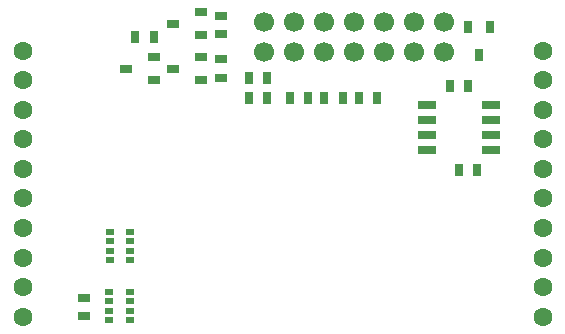
<source format=gbs>
%FSLAX34Y34*%
%MOMM*%
G04 EasyPC Gerber Version 18.0.6 Build 3620 *
%ADD20R,0.65000X1.00000*%
%ADD107R,0.80000X1.00000*%
%ADD89C,1.60000*%
%ADD22C,1.70000*%
%ADD104R,0.75000X0.50000*%
%ADD25R,1.00000X0.65000*%
%ADD26R,1.60000X0.76000*%
%ADD111R,1.00000X0.80000*%
X0Y0D02*
D02*
D20*
X199985Y327535D02*
D03*
X215485D02*
D03*
X295985Y275535D02*
D03*
Y292535D02*
D03*
X311485Y275535D02*
D03*
Y292535D02*
D03*
X330985Y275535D02*
D03*
X346485D02*
D03*
X359985D02*
D03*
X375485D02*
D03*
X388985D02*
D03*
X404485D02*
D03*
X465985Y285535D02*
D03*
X473985Y214535D02*
D03*
X481485Y285535D02*
D03*
X489485Y214535D02*
D03*
D02*
D22*
X308535Y314835D02*
D03*
Y340235D02*
D03*
X333935Y314835D02*
D03*
Y340235D02*
D03*
X359335Y314835D02*
D03*
Y340235D02*
D03*
X384735Y314835D02*
D03*
Y340235D02*
D03*
X410135Y314835D02*
D03*
Y340235D02*
D03*
X435535Y314835D02*
D03*
Y340235D02*
D03*
X460935Y314835D02*
D03*
Y340235D02*
D03*
D02*
D25*
X156735Y90785D02*
D03*
Y106285D02*
D03*
X272735Y292785D02*
D03*
Y308285D02*
D03*
Y329785D02*
D03*
Y345285D02*
D03*
D02*
D26*
X446761Y231485D02*
D03*
Y244185D02*
D03*
Y256885D02*
D03*
Y269585D02*
D03*
X500719Y231485D02*
D03*
Y244185D02*
D03*
Y256885D02*
D03*
Y269585D02*
D03*
D02*
D89*
X104735Y90535D02*
D03*
Y115535D02*
D03*
Y140535D02*
D03*
Y165535D02*
D03*
Y190535D02*
D03*
Y215535D02*
D03*
Y240535D02*
D03*
Y265535D02*
D03*
Y290535D02*
D03*
Y315535D02*
D03*
X544735Y90535D02*
D03*
Y115535D02*
D03*
Y140535D02*
D03*
Y165535D02*
D03*
Y190535D02*
D03*
Y215535D02*
D03*
Y240535D02*
D03*
Y265535D02*
D03*
Y290535D02*
D03*
Y315535D02*
D03*
D02*
D104*
X177685Y87335D02*
D03*
Y95335D02*
D03*
Y103335D02*
D03*
Y111335D02*
D03*
X178285Y138335D02*
D03*
Y146335D02*
D03*
Y154335D02*
D03*
Y162335D02*
D03*
X195185Y87335D02*
D03*
Y95335D02*
D03*
Y103335D02*
D03*
Y111335D02*
D03*
X195785Y138335D02*
D03*
Y146335D02*
D03*
Y154335D02*
D03*
Y162335D02*
D03*
D02*
D107*
X481235Y335645D02*
D03*
X490735Y311645D02*
D03*
X500235Y335645D02*
D03*
D02*
D111*
X191845Y300535D02*
D03*
X215845Y291035D02*
D03*
Y310035D02*
D03*
X231845Y300535D02*
D03*
Y338535D02*
D03*
X255845Y291035D02*
D03*
Y310035D02*
D03*
Y329035D02*
D03*
Y348035D02*
D03*
X0Y0D02*
M02*

</source>
